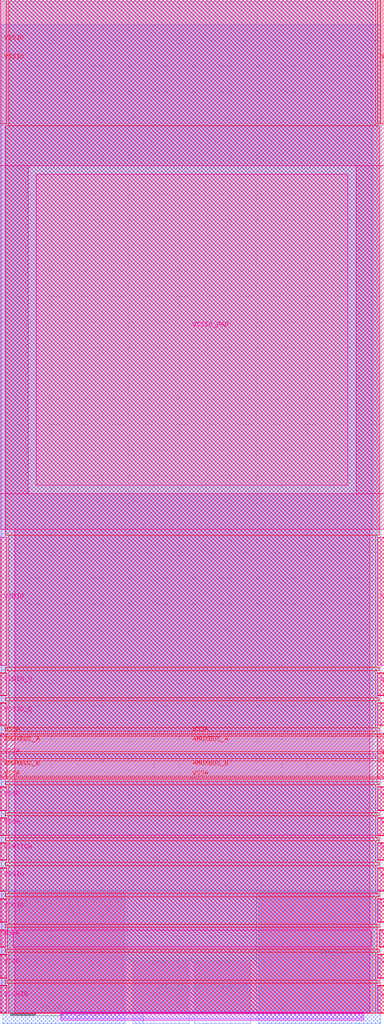
<source format=lef>
VERSION 5.7 ;
  NOWIREEXTENSIONATPIN ON ;
  DIVIDERCHAR "/" ;
  BUSBITCHARS "[]" ;
MACRO sky130_ef_io__vssio_hvc_pad
  CLASS PAD POWER ;
  FOREIGN sky130_ef_io__vssio_hvc_pad ;
  ORIGIN 0.000 0.000 ;
  SIZE 75.000 BY 197.965 ;
  PIN AMUXBUS_A
    DIRECTION INOUT ;
    USE SIGNAL ;
    PORT
      LAYER met4 ;
        RECT 0.000 51.090 75.000 54.070 ;
    END
    PORT
      LAYER met4 ;
        RECT 0.000 51.090 1.270 54.070 ;
    END
  END AMUXBUS_A
  PIN AMUXBUS_B
    DIRECTION INOUT ;
    USE SIGNAL ;
    PORT
      LAYER met4 ;
        RECT 0.000 46.330 75.000 49.310 ;
    END
    PORT
      LAYER met4 ;
        RECT 0.000 46.330 1.270 49.310 ;
    END
  END AMUXBUS_B
  PIN DRN_HVC
    DIRECTION INOUT ;
    USE POWER ;
    PORT
      LAYER met2 ;
        RECT 50.390 -2.035 74.290 23.625 ;
    END
    PORT
      LAYER met3 ;
        RECT 37.890 -2.035 48.890 10.345 ;
    END
  END DRN_HVC
  PIN SRC_BDY_HVC
    DIRECTION INOUT ;
    USE GROUND ;
    PORT
      LAYER met2 ;
        RECT 0.495 -2.035 24.395 0.020 ;
    END
    PORT
      LAYER met3 ;
        RECT 25.895 -2.035 36.895 10.390 ;
    END
  END SRC_BDY_HVC
  PIN VSSIO_PAD
    DIRECTION INOUT ;
    USE GROUND ;
    PORT
      LAYER met5 ;
        RECT 7.050 103.085 67.890 163.910 ;
    END
  END VSSIO_PAD
  PIN VSSA
    DIRECTION INOUT ;
    USE GROUND ;
    PORT
      LAYER met5 ;
        RECT 73.730 45.700 75.000 54.700 ;
    END
    PORT
      LAYER met5 ;
        RECT 73.730 34.805 75.000 38.050 ;
    END
    PORT
      LAYER met5 ;
        RECT 0.000 45.700 1.270 54.700 ;
    END
    PORT
      LAYER met5 ;
        RECT 0.000 34.805 1.270 38.050 ;
    END
    PORT
      LAYER met4 ;
        RECT 73.730 49.610 75.000 50.790 ;
    END
    PORT
      LAYER met4 ;
        RECT 0.000 54.370 75.000 54.700 ;
    END
    PORT
      LAYER met4 ;
        RECT 0.000 45.700 75.000 46.030 ;
    END
    PORT
      LAYER met4 ;
        RECT 73.730 34.700 75.000 38.150 ;
    END
    PORT
      LAYER met4 ;
        RECT 0.000 45.700 1.270 46.030 ;
    END
    PORT
      LAYER met4 ;
        RECT 0.000 49.610 1.270 50.790 ;
    END
    PORT
      LAYER met4 ;
        RECT 0.000 54.370 1.270 54.700 ;
    END
    PORT
      LAYER met4 ;
        RECT 0.000 34.700 1.270 38.150 ;
    END
  END VSSA
  PIN VDDA
    DIRECTION INOUT ;
    USE POWER ;
    PORT
      LAYER met5 ;
        RECT 74.035 13.000 75.000 16.250 ;
    END
    PORT
      LAYER met5 ;
        RECT 0.000 13.000 0.965 16.250 ;
    END
    PORT
      LAYER met4 ;
        RECT 74.035 12.900 75.000 16.350 ;
    END
    PORT
      LAYER met4 ;
        RECT 0.000 12.900 0.965 16.350 ;
    END
  END VDDA
  PIN VSWITCH
    DIRECTION INOUT ;
    USE POWER ;
    PORT
      LAYER met5 ;
        RECT 73.730 29.950 75.000 33.200 ;
    END
    PORT
      LAYER met5 ;
        RECT 0.000 29.950 1.270 33.200 ;
    END
    PORT
      LAYER met4 ;
        RECT 73.730 29.850 75.000 33.300 ;
    END
    PORT
      LAYER met4 ;
        RECT 0.000 29.850 1.270 33.300 ;
    END
  END VSWITCH
  PIN VDDIO_Q
    DIRECTION INOUT ;
    USE POWER ;
    PORT
      LAYER met5 ;
        RECT 73.730 62.150 75.000 66.400 ;
    END
    PORT
      LAYER met5 ;
        RECT 0.000 62.150 1.270 66.400 ;
    END
    PORT
      LAYER met4 ;
        RECT 73.730 62.050 75.000 66.500 ;
    END
    PORT
      LAYER met4 ;
        RECT 0.000 62.050 1.270 66.500 ;
    END
  END VDDIO_Q
  PIN VCCHIB
    DIRECTION INOUT ;
    USE POWER ;
    PORT
      LAYER met5 ;
        RECT 73.730 0.100 75.000 5.350 ;
    END
    PORT
      LAYER met5 ;
        RECT 0.000 0.100 1.270 5.350 ;
    END
    PORT
      LAYER met4 ;
        RECT 73.730 0.000 75.000 5.450 ;
    END
    PORT
      LAYER met4 ;
        RECT 0.000 0.000 1.270 5.450 ;
    END
  END VCCHIB
  PIN VDDIO
    DIRECTION INOUT ;
    USE POWER ;
    PORT
      LAYER met5 ;
        RECT 73.730 68.000 75.000 92.950 ;
    END
    PORT
      LAYER met5 ;
        RECT 73.730 17.850 75.000 22.300 ;
    END
    PORT
      LAYER met5 ;
        RECT 0.000 68.000 1.270 92.950 ;
    END
    PORT
      LAYER met5 ;
        RECT 0.000 17.850 1.270 22.300 ;
    END
    PORT
      LAYER met4 ;
        RECT 73.730 17.750 75.000 22.400 ;
    END
    PORT
      LAYER met4 ;
        RECT 73.730 68.000 75.000 92.965 ;
    END
    PORT
      LAYER met4 ;
        RECT 0.000 17.750 1.270 22.400 ;
    END
    PORT
      LAYER met4 ;
        RECT 0.000 68.000 1.270 92.965 ;
    END
  END VDDIO
  PIN VCCD
    DIRECTION INOUT ;
    USE POWER ;
    PORT
      LAYER met5 ;
        RECT 73.730 6.950 75.000 11.400 ;
    END
    PORT
      LAYER met5 ;
        RECT 0.000 6.950 1.270 11.400 ;
    END
    PORT
      LAYER met4 ;
        RECT 73.730 6.850 75.000 11.500 ;
    END
    PORT
      LAYER met4 ;
        RECT 0.000 6.850 1.270 11.500 ;
    END
  END VCCD
  PIN VSSIO
    DIRECTION INOUT ;
    USE GROUND ;
    PORT
      LAYER met4 ;
        RECT 0.630 189.565 0.640 189.575 ;
    END
    PORT
      LAYER met4 ;
        RECT 74.250 173.750 75.000 197.965 ;
    END
    PORT
      CLASS CORE ;
      LAYER met3 ;
        RECT 0.495 -2.035 24.395 23.815 ;
    END
    PORT
      CLASS CORE ;
      LAYER met3 ;
        RECT 50.390 -2.035 74.290 23.815 ;
    END
    PORT
      LAYER met5 ;
        RECT 73.730 23.900 75.000 28.350 ;
    END
    PORT
      LAYER met5 ;
        RECT 0.000 23.900 1.270 28.350 ;
    END
    PORT
      LAYER met4 ;
        RECT 73.730 23.800 75.000 28.450 ;
    END
    PORT
      LAYER met4 ;
        RECT 73.730 173.750 75.000 197.965 ;
    END
    PORT
      LAYER met4 ;
        RECT 0.000 173.750 1.270 197.965 ;
    END
    PORT
      LAYER met4 ;
        RECT 0.000 23.800 1.270 28.450 ;
    END
  END VSSIO
  PIN VSSD
    DIRECTION INOUT ;
    USE GROUND ;
    PORT
      LAYER met5 ;
        RECT 73.730 39.650 75.000 44.100 ;
    END
    PORT
      LAYER met5 ;
        RECT 0.000 39.650 1.270 44.100 ;
    END
    PORT
      LAYER met4 ;
        RECT 73.730 39.550 75.000 44.200 ;
    END
    PORT
      LAYER met4 ;
        RECT 0.000 39.550 1.270 44.200 ;
    END
  END VSSD
  PIN VSSIO_Q
    DIRECTION INOUT ;
    USE GROUND ;
    PORT
      LAYER met5 ;
        RECT 73.730 56.300 75.000 60.550 ;
    END
    PORT
      LAYER met5 ;
        RECT 0.000 56.300 1.270 60.550 ;
    END
    PORT
      LAYER met4 ;
        RECT 73.730 56.200 75.000 60.650 ;
    END
    PORT
      LAYER met4 ;
        RECT 0.000 56.200 1.270 60.650 ;
    END
  END VSSIO_Q
  OBS
      LAYER nwell ;
        RECT 11.860 -1.350 70.965 0.170 ;
      LAYER li1 ;
        RECT 1.070 0.000 72.775 197.660 ;
        RECT 12.065 -0.145 13.045 0.000 ;
        RECT 69.760 -0.145 70.650 0.000 ;
        RECT 12.065 -1.035 70.650 -0.145 ;
      LAYER met1 ;
        RECT 0.185 0.000 73.620 197.690 ;
        RECT 12.035 -0.115 13.350 0.000 ;
        POLYGON 13.350 0.000 13.465 -0.115 13.350 -0.115 ;
        POLYGON 69.540 0.000 69.540 -0.115 69.425 -0.115 ;
        RECT 69.540 -0.115 70.680 0.000 ;
        RECT 12.035 -1.065 70.680 -0.115 ;
      LAYER met2 ;
        RECT 0.265 23.905 74.290 193.040 ;
        RECT 0.265 0.300 50.110 23.905 ;
        RECT 24.675 0.000 50.110 0.300 ;
        RECT 25.895 -2.035 27.895 -0.115 ;
      LAYER met3 ;
        RECT 0.240 24.215 74.290 197.965 ;
        RECT 24.795 10.790 49.990 24.215 ;
        RECT 24.795 10.345 25.495 10.790 ;
        RECT 37.295 10.745 49.990 10.790 ;
        RECT 37.295 10.345 37.490 10.745 ;
        RECT 49.290 10.345 49.990 10.745 ;
      LAYER met4 ;
        RECT 1.670 173.350 73.330 197.965 ;
        RECT 0.965 93.365 74.035 173.350 ;
        RECT 1.670 67.600 73.330 93.365 ;
        RECT 0.965 66.900 74.035 67.600 ;
        RECT 1.670 61.650 73.330 66.900 ;
        RECT 0.965 61.050 74.035 61.650 ;
        RECT 1.670 55.800 73.330 61.050 ;
        RECT 0.965 55.100 74.035 55.800 ;
        RECT 1.670 49.710 73.330 50.690 ;
        RECT 0.965 44.600 74.035 45.300 ;
        RECT 1.670 39.150 73.330 44.600 ;
        RECT 0.965 38.550 74.035 39.150 ;
        RECT 1.670 34.300 73.330 38.550 ;
        RECT 0.965 33.700 74.035 34.300 ;
        RECT 1.670 29.450 73.330 33.700 ;
        RECT 0.965 28.850 74.035 29.450 ;
        RECT 1.670 23.400 73.330 28.850 ;
        RECT 0.965 22.800 74.035 23.400 ;
        RECT 1.670 17.350 73.330 22.800 ;
        RECT 0.965 16.750 74.035 17.350 ;
        RECT 1.365 12.500 73.635 16.750 ;
        RECT 0.965 11.900 74.035 12.500 ;
        RECT 1.670 6.450 73.330 11.900 ;
        RECT 0.965 5.850 74.035 6.450 ;
        RECT 1.670 0.000 73.330 5.850 ;
      LAYER met5 ;
        RECT 0.000 165.510 75.000 197.965 ;
        RECT 0.000 101.485 5.450 165.510 ;
        RECT 69.490 101.485 75.000 165.510 ;
        RECT 0.000 94.550 75.000 101.485 ;
        RECT 2.870 34.805 72.130 94.550 ;
        RECT 0.000 34.800 75.000 34.805 ;
        RECT 2.870 16.250 72.130 34.800 ;
        RECT 2.565 13.000 72.435 16.250 ;
        RECT 2.870 0.100 72.130 13.000 ;
  END
END sky130_ef_io__vssio_hvc_pad
END LIBRARY


</source>
